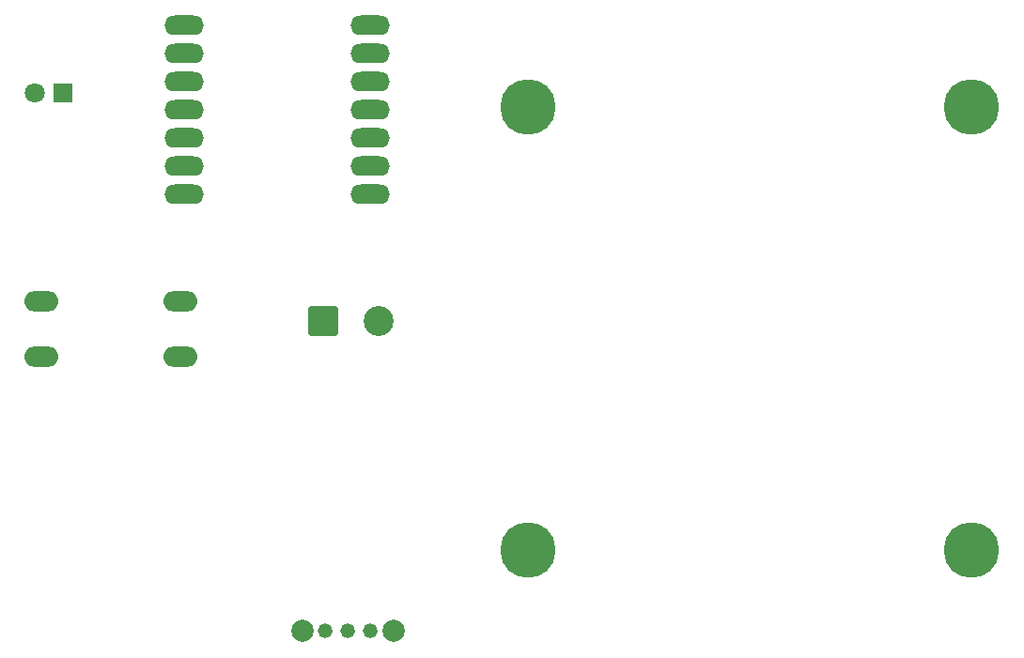
<source format=gbr>
%TF.GenerationSoftware,KiCad,Pcbnew,7.0.9*%
%TF.CreationDate,2024-02-01T23:09:16-08:00*%
%TF.ProjectId,Sensing Device,53656e73-696e-4672-9044-65766963652e,rev?*%
%TF.SameCoordinates,Original*%
%TF.FileFunction,Soldermask,Bot*%
%TF.FilePolarity,Negative*%
%FSLAX46Y46*%
G04 Gerber Fmt 4.6, Leading zero omitted, Abs format (unit mm)*
G04 Created by KiCad (PCBNEW 7.0.9) date 2024-02-01 23:09:16*
%MOMM*%
%LPD*%
G01*
G04 APERTURE LIST*
G04 Aperture macros list*
%AMRoundRect*
0 Rectangle with rounded corners*
0 $1 Rounding radius*
0 $2 $3 $4 $5 $6 $7 $8 $9 X,Y pos of 4 corners*
0 Add a 4 corners polygon primitive as box body*
4,1,4,$2,$3,$4,$5,$6,$7,$8,$9,$2,$3,0*
0 Add four circle primitives for the rounded corners*
1,1,$1+$1,$2,$3*
1,1,$1+$1,$4,$5*
1,1,$1+$1,$6,$7*
1,1,$1+$1,$8,$9*
0 Add four rect primitives between the rounded corners*
20,1,$1+$1,$2,$3,$4,$5,0*
20,1,$1+$1,$4,$5,$6,$7,0*
20,1,$1+$1,$6,$7,$8,$9,0*
20,1,$1+$1,$8,$9,$2,$3,0*%
G04 Aperture macros list end*
%ADD10O,3.048000X1.850000*%
%ADD11C,1.320800*%
%ADD12C,2.006600*%
%ADD13O,3.556000X1.778000*%
%ADD14RoundRect,0.250001X-1.099999X-1.099999X1.099999X-1.099999X1.099999X1.099999X-1.099999X1.099999X0*%
%ADD15C,2.700000*%
%ADD16C,5.000000*%
%ADD17C,1.800000*%
%ADD18R,1.800000X1.800000*%
G04 APERTURE END LIST*
D10*
%TO.C,SW1*%
X66150000Y-67500000D03*
X78650000Y-67500000D03*
X66150000Y-72500000D03*
X78650000Y-72500000D03*
%TD*%
D11*
%TO.C,SW2*%
X91764099Y-97282000D03*
X93764100Y-97282000D03*
X95764101Y-97282000D03*
D12*
X89662000Y-97282000D03*
X97866200Y-97282000D03*
%TD*%
D13*
%TO.C,U1*%
X95758000Y-57912000D03*
X95758000Y-55372000D03*
X95758000Y-52832000D03*
X95758000Y-50292000D03*
X95758000Y-47752000D03*
X95758000Y-45212000D03*
X95758000Y-42672000D03*
X78994000Y-57912000D03*
X78994000Y-55372000D03*
X78994000Y-52832000D03*
X78994000Y-50292000D03*
X78994000Y-47752000D03*
X78994000Y-45212000D03*
X78994000Y-42672000D03*
%TD*%
D14*
%TO.C,J1*%
X91520000Y-69342000D03*
D15*
X96520000Y-69342000D03*
%TD*%
D16*
%TO.C,J2*%
X150000000Y-90000000D03*
X110000000Y-90000000D03*
X150000000Y-50000000D03*
X110000000Y-50000000D03*
%TD*%
D17*
%TO.C,D1*%
X65532000Y-48768000D03*
D18*
X68072000Y-48768000D03*
%TD*%
M02*

</source>
